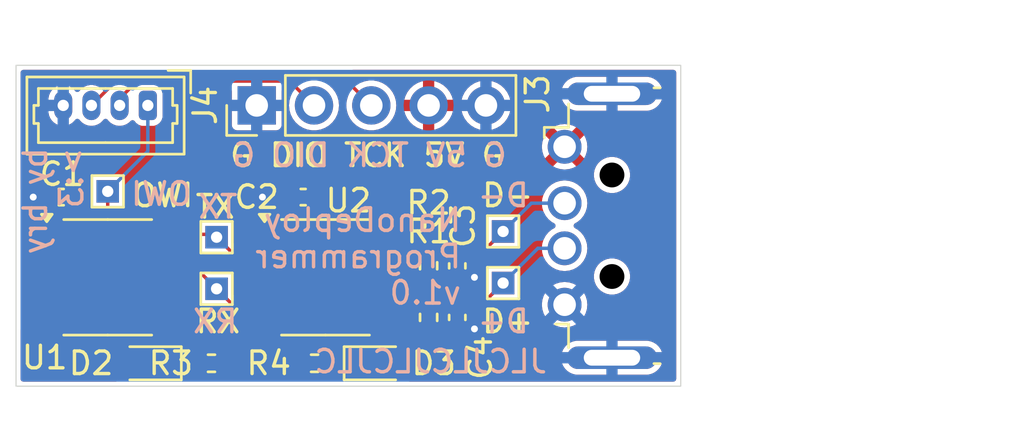
<source format=kicad_pcb>
(kicad_pcb (version 20240108) (generator "pcbnew") (generator_version "8.0")
  (layers (0 "F.Cu" signal) (31 "B.Cu" signal) (34 "B.Paste" user) (35 "F.Paste" user) (36 "B.SilkS" user "B.Silkscreen") (37 "F.SilkS" user "F.Silkscreen") (38 "B.Mask" user) (39 "F.Mask" user) (44 "Edge.Cuts" user))
  (net 0 "")
  (net 1 "GND")
  (net 2 "+5V")
  (net 3 "/OWI")
  (net 4 "/LED_TX")
  (net 5 "/LED_RX")
  (net 6 "/TX")
  (net 8 "/RX")
  (net 10 "/D-R")
  (net 11 "/D+R")
  (net 12 "/D+")
  (net 13 "/D-")
  (net 14 "/RST_TDIO")
  (net 15 "/TEST_WTCK")
  (footprint "TestPoint:TestPoint_THTPad_1.0x1.0mm_Drill0.5mm" (layer "F.Cu") (at 116.586 64.77)
    (property "Reference" "TP1" (hide yes))
    (property "Value" "TestPoint")
    (fp_line (start -0.7 -0.7) (end 0.7 -0.7) (stroke (width 0.12)) (layer "F.SilkS"))
    (fp_line (start -0.7 0.7) (end -0.7 -0.7) (stroke (width 0.12)) (layer "F.SilkS"))
    (fp_line (start 0.7 -0.7) (end 0.7 0.7) (stroke (width 0.12)) (layer "F.SilkS"))
    (fp_line (start 0.7 0.7) (end -0.7 0.7) (stroke (width 0.12)) (layer "F.SilkS"))
    (pad "1" thru_hole rect (at 0 0) (size 1 1) (drill 0.5) (layers "*.Cu" "*.Mask") (net 6 "/TX"))
  )
  (footprint "Resistor_SMD:R_0402_1005Metric" (layer "F.Cu") (at 125.984 66.036 -90)
    (property "Reference" "R2" (at -2.792 0 180) (layer "F.SilkS"))
    (property "Value" "33")
    (fp_line (start -0.153641 0.38) (end 0.153641 0.38) (stroke (width 0.12)) (layer "F.SilkS"))
    (fp_line (start -0.153641 -0.38) (end 0.153641 -0.38) (stroke (width 0.12)) (layer "F.SilkS"))
    (pad "1" smd roundrect (at -0.51 0 270) (size 0.54 0.64) (layers "F.Cu" "F.Paste" "F.Mask") (net 13 "/D-"))
    (pad "2" smd roundrect (at 0.51 0 270) (size 0.54 0.64) (layers "F.Cu" "F.Paste" "F.Mask") (net 10 "/D-R"))
  )
  (footprint "Capacitor_SMD:C_0402_1005Metric" (layer "F.Cu") (at 127.254 66.04 -90)
    (property "Reference" "C3" (at -1.778 -0.254 90) (layer "F.SilkS"))
    (property "Value" "47p")
    (fp_line (start -0.107836 0.36) (end 0.107836 0.36) (stroke (width 0.12)) (layer "F.SilkS"))
    (fp_line (start -0.107836 -0.36) (end 0.107836 -0.36) (stroke (width 0.12)) (layer "F.SilkS"))
    (pad "1" smd roundrect (at -0.48 0 270) (size 0.56 0.62) (layers "F.Cu" "F.Paste" "F.Mask") (net 13 "/D-"))
    (pad "2" smd roundrect (at 0.48 0 270) (size 0.56 0.62) (layers "F.Cu" "F.Paste" "F.Mask") (net 1 "GND"))
  )
  (footprint "TestPoint:TestPoint_THTPad_1.0x1.0mm_Drill0.5mm" (layer "F.Cu") (at 129.286 66.802)
    (property "Reference" "TP4" (hide yes))
    (property "Value" "TestPoint")
    (fp_line (start -0.7 -0.7) (end 0.7 -0.7) (stroke (width 0.12)) (layer "F.SilkS"))
    (fp_line (start -0.7 0.7) (end -0.7 -0.7) (stroke (width 0.12)) (layer "F.SilkS"))
    (fp_line (start 0.7 -0.7) (end 0.7 0.7) (stroke (width 0.12)) (layer "F.SilkS"))
    (fp_line (start 0.7 0.7) (end -0.7 0.7) (stroke (width 0.12)) (layer "F.SilkS"))
    (pad "1" thru_hole rect (at 0 0) (size 1 1) (drill 0.5) (layers "*.Cu" "*.Mask") (net 12 "/D+"))
  )
  (footprint "Connector_USB_Custom:USB_A_AdamTech_USB-AP-S-RA_Horizontal" (layer "F.Cu") (at 134.112 64.262)
    (property "Reference" "J1" (hide yes))
    (property "Value" "USB_A")
    (fp_line (start -3 -4.36) (end -3 -3.9) (stroke (width 0.12)) (layer "F.SilkS"))
    (fp_line (start -3 -4.36) (end -1.925 -4.36) (stroke (width 0.12)) (layer "F.SilkS"))
    (fp_line (start -2.5 4.36) (end -1.925 4.36) (stroke (width 0.12)) (layer "F.SilkS"))
    (fp_line (start -1.925 -5.4) (end -1.925 -4.36) (stroke (width 0.12)) (layer "F.SilkS"))
    (fp_line (start -1.925 4.36) (end -1.925 5.4) (stroke (width 0.12)) (layer "F.SilkS"))
    (fp_line (start 1.86 -6.11) (end 2.13 -6.11) (stroke (width 0.12)) (layer "F.SilkS"))
    (fp_line (start 1.86 6.11) (end 2.13 6.11) (stroke (width 0.12)) (layer "F.SilkS"))
    (pad "" np_thru_hole circle (at 0 -2.25) (size 1.1 1.1) (drill 1.1) (layers "*.Mask"))
    (pad "" np_thru_hole circle (at 0 2.25) (size 1.1 1.1) (drill 1.1) (layers "*.Mask"))
    (pad "1" thru_hole circle (at -2.1 -3.5) (size 1.5 1.5) (drill 1) (layers "*.Cu" "*.Mask") (net 2 "+5V"))
    (pad "2" thru_hole circle (at -2.1 -1) (size 1.5 1.5) (drill 1) (layers "*.Cu" "*.Mask") (net 13 "/D-"))
    (pad "3" thru_hole circle (at -2.1 1) (size 1.5 1.5) (drill 1) (layers "*.Cu" "*.Mask") (net 12 "/D+"))
    (pad "4" thru_hole circle (at -2.1 3.5) (size 1.5 1.5) (drill 1) (layers "*.Cu" "*.Mask") (net 1 "GND"))
    (pad "5" thru_hole oval (at 0 -5.85) (size 4 1) (drill oval 2.5 0.7) (layers "*.Cu" "*.Mask") (net 1 "GND"))
    (pad "5" thru_hole oval (at 0 5.85) (size 4 1) (drill oval 2.5 0.7) (layers "*.Cu" "*.Mask") (net 1 "GND"))
  )
  (footprint "Connector_Molex:Molex_PicoBlade_53047-0410_1x04_P1.25mm_Vertical" (layer "F.Cu") (at 113.538 58.928 180)
    (property "Reference" "J4" (at -2.54 0 90) (layer "F.SilkS"))
    (property "Value" "Conn_01x04")
    (fp_line (start 5.36 1.26) (end 5.36 -2.16) (stroke (width 0.12)) (layer "F.SilkS"))
    (fp_line (start 5.36 -2.16) (end -1.61 -2.16) (stroke (width 0.12)) (layer "F.SilkS"))
    (fp_line (start 5.05 0) (end 5.05 -0.8) (stroke (width 0.12)) (layer "F.SilkS"))
    (fp_line (start 5.05 -0.8) (end 4.85 -0.8) (stroke (width 0.12)) (layer "F.SilkS"))
    (fp_line (start 4.85 0.75) (end 4.85 0) (stroke (width 0.12)) (layer "F.SilkS"))
    (fp_line (start 4.85 0) (end 5.05 0) (stroke (width 0.12)) (layer "F.SilkS"))
    (fp_line (start 4.85 -0.8) (end 4.85 -1.65) (stroke (width 0.12)) (layer "F.SilkS"))
    (fp_line (start 4.85 -1.65) (end 1.875 -1.65) (stroke (width 0.12)) (layer "F.SilkS"))
    (fp_line (start 1.875 0.75) (end 4.85 0.75) (stroke (width 0.12)) (layer "F.SilkS"))
    (fp_line (start 1.875 0.75) (end -1.1 0.75) (stroke (width 0.12)) (layer "F.SilkS"))
    (fp_line (start -1.1 0.75) (end -1.1 0) (stroke (width 0.12)) (layer "F.SilkS"))
    (fp_line (start -1.1 0) (end -1.3 0) (stroke (width 0.12)) (layer "F.SilkS"))
    (fp_line (start -1.1 -0.8) (end -1.1 -1.65) (stroke (width 0.12)) (layer "F.SilkS"))
    (fp_line (start -1.1 -1.65) (end 1.875 -1.65) (stroke (width 0.12)) (layer "F.SilkS"))
    (fp_line (start -1.3 0) (end -1.3 -0.8) (stroke (width 0.12)) (layer "F.SilkS"))
    (fp_line (start -1.3 -0.8) (end -1.1 -0.8) (stroke (width 0.12)) (layer "F.SilkS"))
    (fp_line (start -1.61 1.26) (end 5.36 1.26) (stroke (width 0.12)) (layer "F.SilkS"))
    (fp_line (start -1.61 -2.16) (end -1.61 1.26) (stroke (width 0.12)) (layer "F.SilkS"))
    (fp_line (start -1.9 1.55) (end -0.9 1.55) (stroke (width 0.12)) (layer "F.SilkS"))
    (fp_line (start -1.9 1.55) (end -1.9 0.55) (stroke (width 0.12)) (layer "F.SilkS"))
    (pad "1" thru_hole roundrect (at 0 0 180) (size 0.8 1.3) (drill 0.5) (layers "*.Cu" "*.Mask") (net 3 "/OWI"))
    (pad "2" thru_hole oval (at 1.25 0 180) (size 0.8 1.3) (drill 0.5) (layers "*.Cu" "*.Mask") (net 14 "/RST_TDIO"))
    (pad "3" thru_hole oval (at 2.5 0 180) (size 0.8 1.3) (drill 0.5) (layers "*.Cu" "*.Mask") (net 15 "/TEST_WTCK"))
    (pad "4" thru_hole oval (at 3.75 0 180) (size 0.8 1.3) (drill 0.5) (layers "*.Cu" "*.Mask") (net 1 "GND"))
  )
  (footprint "TestPoint:TestPoint_THTPad_1.0x1.0mm_Drill0.5mm" (layer "F.Cu") (at 111.76 62.738)
    (property "Reference" "TP3" (hide yes))
    (property "Value" "TestPoint")
    (fp_line (start -0.7 -0.7) (end 0.7 -0.7) (stroke (width 0.12)) (layer "F.SilkS"))
    (fp_line (start -0.7 0.7) (end -0.7 -0.7) (stroke (width 0.12)) (layer "F.SilkS"))
    (fp_line (start 0.7 -0.7) (end 0.7 0.7) (stroke (width 0.12)) (layer "F.SilkS"))
    (fp_line (start 0.7 0.7) (end -0.7 0.7) (stroke (width 0.12)) (layer "F.SilkS"))
    (pad "1" thru_hole rect (at 0 0) (size 1 1) (drill 0.5) (layers "*.Cu" "*.Mask") (net 3 "/OWI"))
  )
  (footprint "Package_SO:SO-8_3.9x4.9mm_P1.27mm" (layer "F.Cu") (at 121.412 66.548)
    (property "Reference" "U2" (at 1.016 -3.4 0) (layer "F.SilkS"))
    (property "Value" "HT42B534")
    (fp_line (start 0 -2.56) (end -1.95 -2.56) (stroke (width 0.12)) (layer "F.SilkS"))
    (fp_line (start 0 -2.56) (end 1.95 -2.56) (stroke (width 0.12)) (layer "F.SilkS"))
    (fp_line (start 0 2.56) (end -1.95 2.56) (stroke (width 0.12)) (layer "F.SilkS"))
    (fp_line (start 0 2.56) (end 1.95 2.56) (stroke (width 0.12)) (layer "F.SilkS"))
    (fp_poly (pts (xy -2.7 -2.465) (xy -2.94 -2.795) (xy -2.46 -2.795) (xy -2.7 -2.465)) (stroke (width 0.12)) (fill solid) (layer "F.SilkS"))
    (pad "1" smd roundrect (at -2.575 -1.905) (size 1.75 0.6) (layers "F.Cu" "F.Paste" "F.Mask") (net 1 "GND"))
    (pad "2" smd roundrect (at -2.575 -0.635) (size 1.75 0.6) (layers "F.Cu" "F.Paste" "F.Mask") (net 6 "/TX"))
    (pad "3" smd roundrect (at -2.575 0.635) (size 1.75 0.6) (layers "F.Cu" "F.Paste" "F.Mask") (net 2 "+5V"))
    (pad "4" smd roundrect (at -2.575 1.905) (size 1.75 0.6) (layers "F.Cu" "F.Paste" "F.Mask") (net 8 "/RX"))
    (pad "5" smd roundrect (at 2.575 1.905) (size 1.75 0.6) (layers "F.Cu" "F.Paste" "F.Mask") (net 11 "/D+R"))
    (pad "6" smd roundrect (at 2.575 0.635) (size 1.75 0.6) (layers "F.Cu" "F.Paste" "F.Mask") (net 10 "/D-R"))
    (pad "7" smd roundrect (at 2.575 -0.635) (size 1.75 0.6) (layers "F.Cu" "F.Paste" "F.Mask") (net 2 "+5V"))
    (pad "8" smd roundrect (at 2.575 -1.905) (size 1.75 0.6) (layers "F.Cu" "F.Paste" "F.Mask"))
  )
  (footprint "Resistor_SMD:R_0402_1005Metric" (layer "F.Cu") (at 116.3595 70.358 180)
    (property "Reference" "R3" (at 1.8015 0 0) (layer "F.SilkS"))
    (property "Value" "330")
    (fp_line (start -0.153641 0.38) (end 0.153641 0.38) (stroke (width 0.12)) (layer "F.SilkS"))
    (fp_line (start -0.153641 -0.38) (end 0.153641 -0.38) (stroke (width 0.12)) (layer "F.SilkS"))
    (pad "1" smd roundrect (at -0.51 0 180) (size 0.54 0.64) (layers "F.Cu" "F.Paste" "F.Mask") (net 6 "/TX"))
    (pad "2" smd roundrect (at 0.51 0 180) (size 0.54 0.64) (layers "F.Cu" "F.Paste" "F.Mask") (net 4 "/LED_TX"))
  )
  (footprint "Resistor_SMD:R_0402_1005Metric" (layer "F.Cu") (at 120.9295 70.358)
    (property "Reference" "R4" (at -2.032 0 0) (layer "F.SilkS"))
    (property "Value" "330")
    (fp_line (start -0.153641 -0.38) (end 0.153641 -0.38) (stroke (width 0.12)) (layer "F.SilkS"))
    (fp_line (start -0.153641 0.38) (end 0.153641 0.38) (stroke (width 0.12)) (layer "F.SilkS"))
    (pad "1" smd roundrect (at -0.51 0) (size 0.54 0.64) (layers "F.Cu" "F.Paste" "F.Mask") (net 8 "/RX"))
    (pad "2" smd roundrect (at 0.51 0) (size 0.54 0.64) (layers "F.Cu" "F.Paste" "F.Mask") (net 5 "/LED_RX"))
  )
  (footprint "TestPoint:TestPoint_THTPad_1.0x1.0mm_Drill0.5mm" (layer "F.Cu") (at 116.586 67.056)
    (property "Reference" "TP2" (hide yes))
    (property "Value" "TestPoint")
    (fp_line (start -0.7 -0.7) (end 0.7 -0.7) (stroke (width 0.12)) (layer "F.SilkS"))
    (fp_line (start -0.7 0.7) (end -0.7 -0.7) (stroke (width 0.12)) (layer "F.SilkS"))
    (fp_line (start 0.7 -0.7) (end 0.7 0.7) (stroke (width 0.12)) (layer "F.SilkS"))
    (fp_line (start 0.7 0.7) (end -0.7 0.7) (stroke (width 0.12)) (layer "F.SilkS"))
    (pad "1" thru_hole rect (at 0 0) (size 1 1) (drill 0.5) (layers "*.Cu" "*.Mask") (net 8 "/RX"))
  )
  (footprint "Package_SO:SO-8_3.9x4.9mm_P1.27mm" (layer "F.Cu") (at 111.76 66.548)
    (property "Reference" "U1" (at -2.794 3.556 0) (layer "F.SilkS"))
    (property "Value" "DS2480B+")
    (fp_line (start 0 -2.56) (end -1.95 -2.56) (stroke (width 0.12)) (layer "F.SilkS"))
    (fp_line (start 0 -2.56) (end 1.95 -2.56) (stroke (width 0.12)) (layer "F.SilkS"))
    (fp_line (start 0 2.56) (end -1.95 2.56) (stroke (width 0.12)) (layer "F.SilkS"))
    (fp_line (start 0 2.56) (end 1.95 2.56) (stroke (width 0.12)) (layer "F.SilkS"))
    (fp_poly (pts (xy -2.7 -2.465) (xy -2.94 -2.795) (xy -2.46 -2.795) (xy -2.7 -2.465)) (stroke (width 0.12)) (fill solid) (layer "F.SilkS"))
    (pad "1" smd roundrect (at -2.575 -1.905) (size 1.75 0.6) (layers "F.Cu" "F.Paste" "F.Mask") (net 1 "GND"))
    (pad "2" smd roundrect (at -2.575 -0.635) (size 1.75 0.6) (layers "F.Cu" "F.Paste" "F.Mask") (net 3 "/OWI"))
    (pad "3" smd roundrect (at -2.575 0.635) (size 1.75 0.6) (layers "F.Cu" "F.Paste" "F.Mask"))
    (pad "4" smd roundrect (at -2.575 1.905) (size 1.75 0.6) (layers "F.Cu" "F.Paste" "F.Mask") (net 2 "+5V"))
    (pad "5" smd roundrect (at 2.575 1.905) (size 1.75 0.6) (layers "F.Cu" "F.Paste" "F.Mask") (net 2 "+5V"))
    (pad "6" smd roundrect (at 2.575 0.635) (size 1.75 0.6) (layers "F.Cu" "F.Paste" "F.Mask") (net 2 "+5V"))
    (pad "7" smd roundrect (at 2.575 -0.635) (size 1.75 0.6) (layers "F.Cu" "F.Paste" "F.Mask") (net 8 "/RX"))
    (pad "8" smd roundrect (at 2.575 -1.905) (size 1.75 0.6) (layers "F.Cu" "F.Paste" "F.Mask") (net 6 "/TX"))
  )
  (footprint "TestPoint:TestPoint_THTPad_1.0x1.0mm_Drill0.5mm" (layer "F.Cu") (at 129.286 64.516)
    (property "Reference" "TP5" (hide yes))
    (property "Value" "TestPoint")
    (fp_line (start -0.7 -0.7) (end 0.7 -0.7) (stroke (width 0.12)) (layer "F.SilkS"))
    (fp_line (start -0.7 0.7) (end -0.7 -0.7) (stroke (width 0.12)) (layer "F.SilkS"))
    (fp_line (start 0.7 -0.7) (end 0.7 0.7) (stroke (width 0.12)) (layer "F.SilkS"))
    (fp_line (start 0.7 0.7) (end -0.7 0.7) (stroke (width 0.12)) (layer "F.SilkS"))
    (pad "1" thru_hole rect (at 0 0) (size 1 1) (drill 0.5) (layers "*.Cu" "*.Mask") (net 13 "/D-"))
  )
  (footprint "Connector_PinHeader_2.54mm:PinHeader_1x05_P2.54mm_Vertical" (layer "F.Cu") (at 118.364 58.928 90)
    (property "Reference" "J3" (at 0.508 12.446 90) (layer "F.SilkS"))
    (property "Value" "Conn_01x05")
    (fp_line (start -1.33 -1.33) (end 0 -1.33) (stroke (width 0.12)) (layer "F.SilkS"))
    (fp_line (start -1.33 0) (end -1.33 -1.33) (stroke (width 0.12)) (layer "F.SilkS"))
    (fp_line (start 1.33 1.27) (end 1.33 11.49) (stroke (width 0.12)) (layer "F.SilkS"))
    (fp_line (start -1.33 1.27) (end 1.33 1.27) (stroke (width 0.12)) (layer "F.SilkS"))
    (fp_line (start -1.33 1.27) (end -1.33 11.49) (stroke (width 0.12)) (layer "F.SilkS"))
    (fp_line (start -1.33 11.49) (end 1.33 11.49) (stroke (width 0.12)) (layer "F.SilkS"))
    (pad "1" thru_hole rect (at 0 0 90) (size 1.7 1.7) (drill 1) (layers "*.Cu" "*.Mask") (net 1 "GND"))
    (pad "2" thru_hole oval (at 0 2.54 90) (size 1.7 1.7) (drill 1) (layers "*.Cu" "*.Mask") (net 14 "/RST_TDIO"))
    (pad "3" thru_hole oval (at 0 5.08 90) (size 1.7 1.7) (drill 1) (layers "*.Cu" "*.Mask") (net 15 "/TEST_WTCK"))
    (pad "4" thru_hole oval (at 0 7.62 90) (size 1.7 1.7) (drill 1) (layers "*.Cu" "*.Mask") (net 2 "+5V"))
    (pad "5" thru_hole oval (at 0 10.16 90) (size 1.7 1.7) (drill 1) (layers "*.Cu" "*.Mask") (net 1 "GND"))
  )
  (footprint "LED_SMD:LED_0603_1608Metric" (layer "F.Cu") (at 113.538 70.358 180)
    (property "Reference" "D2" (at 2.5145 0 0) (layer "F.SilkS"))
    (property "Value" "RED")
    (fp_line (start 0.8 -0.735) (end -1.485 -0.735) (stroke (width 0.12)) (layer "F.SilkS"))
    (fp_line (start -1.485 0.735) (end 0.8 0.735) (stroke (width 0.12)) (layer "F.SilkS"))
    (fp_line (start -1.485 -0.735) (end -1.485 0.735) (stroke (width 0.12)) (layer "F.SilkS"))
    (pad "1" smd roundrect (at -0.7875 0 180) (size 0.875 0.95) (layers "F.Cu" "F.Paste" "F.Mask") (net 4 "/LED_TX"))
    (pad "2" smd roundrect (at 0.7875 0 180) (size 0.875 0.95) (layers "F.Cu" "F.Paste" "F.Mask") (net 2 "+5V"))
  )
  (footprint "LED_SMD:LED_0603_1608Metric" (layer "F.Cu") (at 123.7235 70.358)
    (property "Reference" "D3" (at 2.489 0 0) (layer "F.SilkS"))
    (property "Value" "RED")
    (fp_line (start -1.485 -0.735) (end -1.485 0.735) (stroke (width 0.12)) (layer "F.SilkS"))
    (fp_line (start -1.485 0.735) (end 0.8 0.735) (stroke (width 0.12)) (layer "F.SilkS"))
    (fp_line (start 0.8 -0.735) (end -1.485 -0.735) (stroke (width 0.12)) (layer "F.SilkS"))
    (pad "1" smd roundrect (at -0.7875 0) (size 0.875 0.95) (layers "F.Cu" "F.Paste" "F.Mask") (net 5 "/LED_RX"))
    (pad "2" smd roundrect (at 0.7875 0) (size 0.875 0.95) (layers "F.Cu" "F.Paste" "F.Mask") (net 2 "+5V"))
  )
  (footprint "Capacitor_SMD:C_0402_1005Metric" (layer "F.Cu") (at 120.424 62.992 180)
    (property "Reference" "C2" (at 2.06 0 0) (layer "F.SilkS"))
    (property "Value" "0.1uF")
    (fp_line (start -0.107836 0.36) (end 0.107836 0.36) (stroke (width 0.12)) (layer "F.SilkS"))
    (fp_line (start -0.107836 -0.36) (end 0.107836 -0.36) (stroke (width 0.12)) (layer "F.SilkS"))
    (pad "1" smd roundrect (at -0.48 0 180) (size 0.56 0.62) (layers "F.Cu" "F.Paste" "F.Mask") (net 2 "+5V"))
    (pad "2" smd roundrect (at 0.48 0 180) (size 0.56 0.62) (layers "F.Cu" "F.Paste" "F.Mask") (net 1 "GND"))
  )
  (footprint "Capacitor_SMD:C_0402_1005Metric" (layer "F.Cu") (at 109.7 62.992 180)
    (property "Reference" "C1" (at -0.028 1.016 0) (layer "F.SilkS"))
    (property "Value" "0.1uF")
    (fp_line (start -0.107836 0.36) (end 0.107836 0.36) (stroke (width 0.12)) (layer "F.SilkS"))
    (fp_line (start -0.107836 -0.36) (end 0.107836 -0.36) (stroke (width 0.12)) (layer "F.SilkS"))
    (pad "1" smd roundrect (at -0.48 0 180) (size 0.56 0.62) (layers "F.Cu" "F.Paste" "F.Mask") (net 2 "+5V"))
    (pad "2" smd roundrect (at 0.48 0 180) (size 0.56 0.62) (layers "F.Cu" "F.Paste" "F.Mask") (net 1 "GND"))
  )
  (footprint "Resistor_SMD:R_0402_1005Metric" (layer "F.Cu") (at 125.984 68.324 -90)
    (property "Reference" "R1" (at -3.81 0 180) (layer "F.SilkS"))
    (property "Value" "33")
    (fp_line (start -0.153641 0.38) (end 0.153641 0.38) (stroke (width 0.12)) (layer "F.SilkS"))
    (fp_line (start -0.153641 -0.38) (end 0.153641 -0.38) (stroke (width 0.12)) (layer "F.SilkS"))
    (pad "1" smd roundrect (at -0.51 0 270) (size 0.54 0.64) (layers "F.Cu" "F.Paste" "F.Mask") (net 12 "/D+"))
    (pad "2" smd roundrect (at 0.51 0 270) (size 0.54 0.64) (layers "F.Cu" "F.Paste" "F.Mask") (net 11 "/D+R"))
  )
  (footprint "Capacitor_SMD:C_0402_1005Metric" (layer "F.Cu") (at 127.254 68.326 -90)
    (property "Reference" "C4" (at 1.778 -1.016 -90) (layer "F.SilkS"))
    (property "Value" "47p")
    (fp_line (start -0.107836 0.36) (end 0.107836 0.36) (stroke (width 0.12)) (layer "F.SilkS"))
    (fp_line (start -0.107836 -0.36) (end 0.107836 -0.36) (stroke (width 0.12)) (layer "F.SilkS"))
    (pad "1" smd roundrect (at -0.48 0 270) (size 0.56 0.62) (layers "F.Cu" "F.Paste" "F.Mask") (net 12 "/D+"))
    (pad "2" smd roundrect (at 0.48 0 270) (size 0.56 0.62) (layers "F.Cu" "F.Paste" "F.Mask") (net 1 "GND"))
  )
  (gr_rect (start 107.696 57.15) (end 137.16 71.374) (stroke (width 0.05)) (fill none) (layer "Edge.Cuts"))
  (gr_text "by bry\n>:3" (at 110.744 60.706 90) (layer "B.SilkS") (effects (font (size 1 1) (thickness 0.1524)) (justify left bottom mirror)))
  (gr_text "G 5V TCK DIO G" (at 129.54 61.722 0) (layer "B.SilkS") (effects (font (size 1 1) (thickness 0.1524)) (justify left bottom mirror)))
  (gr_text "JLCJLCJLCJLC" (at 131.318 70.866 0) (layer "B.SilkS") (effects (font (size 1 1) (thickness 0.1524)) (justify left bottom mirror)))
  (gr_text "D-" (at 130.511294 63.5 -0) (layer "B.SilkS") (effects (font (size 1 1) (thickness 0.1524)) (justify left bottom mirror)))
  (gr_text "TX" (at 117.602 64.008 -0) (layer "B.SilkS") (effects (font (size 1 1) (thickness 0.1524)) (justify left bottom mirror)))
  (gr_text "OWI\n" (at 115.57 63.438 -0) (layer "B.SilkS") (effects (font (size 1 1) (thickness 0.1524)) (justify left bottom mirror)))
  (gr_text "NanoDeploy\nProgrammer\nv1.0" (at 127.508 67.818 0) (layer "B.SilkS") (effects (font (size 1 1) (thickness 0.1524)) (justify left bottom mirror)))
  (gr_text "RX" (at 117.602 69.088 -0) (layer "B.SilkS") (effects (font (size 1 1) (thickness 0.1524)) (justify left bottom mirror)))
  (gr_text "D+" (at 130.511294 69.088 -0) (layer "B.SilkS") (effects (font (size 1 1) (thickness 0.1524)) (justify left bottom mirror)))
  (gr_text "OWI\n" (at 112.776 63.5 0) (layer "F.SilkS") (effects (font (size 1 1) (thickness 0.1524)) (justify left bottom)))
  (gr_text "TX" (at 115.57 64.008 0) (layer "F.SilkS") (effects (font (size 1 1) (thickness 0.1524)) (justify left bottom)))
  (gr_text "D+" (at 128.27 69.088 0) (layer "F.SilkS") (effects (font (size 1 1) (thickness 0.1524)) (justify left bottom)))
  (gr_text "G DIO TCK 5V G" (at 117.094 61.722 0) (layer "F.SilkS") (effects (font (size 1 1) (thickness 0.1524)) (justify left bottom)))
  (gr_text "D-" (at 128.27 63.5 0) (layer "F.SilkS") (effects (font (size 1 1) (thickness 0.1524)) (justify left bottom)))
  (gr_text "RX" (at 115.57 69.088 0) (layer "F.SilkS") (effects (font (size 1 1) (thickness 0.1524)) (justify left bottom)))
  (segment (start 127.254 66.52) (end 127.988 66.52) (width 0.1524) (layer "F.Cu") (net 1))
  (segment (start 119.944 63.536) (end 119.944 62.992) (width 0.1524) (layer "F.Cu") (net 1))
  (segment (start 127.988 66.52) (end 128.016 66.548) (width 0.1524) (layer "F.Cu") (net 1))
  (segment (start 127.254 68.806) (end 127.988 68.806) (width 0.1524) (layer "F.Cu") (net 1))
  (segment (start 109.185 64.643) (end 109.185 63.027) (width 0.1524) (layer "F.Cu") (net 1))
  (segment (start 109.185 63.027) (end 109.22 62.992) (width 0.1524) (layer "F.Cu") (net 1))
  (segment (start 127.988 68.806) (end 128.016 68.834) (width 0.1524) (layer "F.Cu") (net 1))
  (segment (start 109.22 62.992) (end 108.458 62.992) (width 0.1524) (layer "F.Cu") (net 1))
  (segment (start 119.944 62.992) (end 118.618 62.992) (width 0.1524) (layer "F.Cu") (net 1))
  (segment (start 118.837 64.643) (end 119.944 63.536) (width 0.1524) (layer "F.Cu") (net 1))
  (via (at 128.016 68.834) (size 0.4064) (drill 0.3048) (layers "F.Cu" "B.Cu") (net 1))
  (via (at 118.618 62.992) (size 0.4064) (drill 0.3048) (layers "F.Cu" "B.Cu") (net 1))
  (via (at 128.016 66.548) (size 0.4064) (drill 0.3048) (layers "F.Cu" "B.Cu") (net 1))
  (via (at 108.458 62.992) (size 0.4064) (drill 0.3048) (layers "F.Cu" "B.Cu") (net 1))
  (segment (start 111.76 64.212999) (end 111.76 62.738) (width 0.1524) (layer "F.Cu") (net 3))
  (segment (start 109.185 65.913) (end 110.059999 65.913) (width 0.1524) (layer "F.Cu") (net 3))
  (segment (start 110.059999 65.913) (end 111.76 64.212999) (width 0.1524) (layer "F.Cu") (net 3))
  (segment (start 113.538 60.96) (end 113.538 58.928) (width 0.1524) (layer "B.Cu") (net 3))
  (segment (start 111.76 62.738) (end 113.538 60.96) (width 0.1524) (layer "B.Cu") (net 3))
  (segment (start 115.8495 70.358) (end 114.3255 70.358) (width 0.1524) (layer "F.Cu") (net 4))
  (segment (start 121.4395 70.358) (end 122.936 70.358) (width 0.1524) (layer "F.Cu") (net 5))
  (segment (start 116.8695 70.358) (end 115.57 69.0585) (width 0.1524) (layer "F.Cu") (net 6))
  (segment (start 115.57 69.0585) (end 115.57 66.802) (width 0.1524) (layer "F.Cu") (net 6))
  (segment (start 114.173 64.643) (end 114.335 64.643) (width 0.1524) (layer "F.Cu") (net 6))
  (segment (start 116.459 64.643) (end 116.586 64.77) (width 0.1524) (layer "F.Cu") (net 6))
  (segment (start 113.555422 66.548) (end 113.2314 66.223978) (width 0.1524) (layer "F.Cu") (net 6))
  (segment (start 113.2314 65.5846) (end 114.173 64.643) (width 0.1524) (layer "F.Cu") (net 6))
  (segment (start 115.316 66.548) (end 113.555422 66.548) (width 0.1524) (layer "F.Cu") (net 6))
  (segment (start 116.586 64.77) (end 117.729 65.913) (width 0.1524) (layer "F.Cu") (net 6))
  (segment (start 113.2314 66.223978) (end 113.2314 65.5846) (width 0.1524) (layer "F.Cu") (net 6))
  (segment (start 115.57 66.802) (end 115.316 66.548) (width 0.1524) (layer "F.Cu") (net 6))
  (segment (start 117.729 65.913) (end 118.837 65.913) (width 0.1524) (layer "F.Cu") (net 6))
  (segment (start 114.335 64.643) (end 116.459 64.643) (width 0.1524) (layer "F.Cu") (net 6))
  (segment (start 117.983 68.453) (end 116.586 67.056) (width 0.1524) (layer "F.Cu") (net 8))
  (segment (start 118.837 68.453) (end 120.4195 70.0355) (width 0.1524) (layer "F.Cu") (net 8))
  (segment (start 120.4195 70.0355) (end 120.4195 70.358) (width 0.1524) (layer "F.Cu") (net 8))
  (segment (start 114.335 65.913) (end 115.443 65.913) (width 0.1524) (layer "F.Cu") (net 8))
  (segment (start 115.443 65.913) (end 116.586 67.056) (width 0.1524) (layer "F.Cu") (net 8))
  (segment (start 118.837 68.453) (end 117.983 68.453) (width 0.1524) (layer "F.Cu") (net 8))
  (segment (start 123.987 67.183) (end 125.347 67.183) (width 0.1524) (layer "F.Cu") (net 10))
  (segment (start 125.347 67.183) (end 125.984 66.546) (width 0.1524) (layer "F.Cu") (net 10))
  (segment (start 125.603 68.453) (end 125.984 68.834) (width 0.1524) (layer "F.Cu") (net 11))
  (segment (start 123.987 68.453) (end 125.603 68.453) (width 0.1524) (layer "F.Cu") (net 11))
  (segment (start 127.254 67.846) (end 128.242 67.846) (width 0.1524) (layer "F.Cu") (net 12))
  (segment (start 125.984 67.814) (end 127.222 67.814) (width 0.1524) (layer "F.Cu") (net 12))
  (segment (start 128.242 67.846) (end 129.286 66.802) (width 0.1524) (layer "F.Cu") (net 12))
  (segment (start 127.222 67.814) (end 127.254 67.846) (width 0.1524) (layer "F.Cu") (net 12))
  (segment (start 130.826 65.262) (end 129.286 66.802) (width 0.1524) (layer "B.Cu") (net 12))
  (segment (start 132.012 65.262) (end 130.826 65.262) (width 0.1524) (layer "B.Cu") (net 12))
  (segment (start 128.242 65.56) (end 129.286 64.516) (width 0.1524) (layer "F.Cu") (net 13))
  (segment (start 127.254 65.56) (end 128.242 65.56) (width 0.1524) (layer "F.Cu") (net 13))
  (segment (start 125.984 65.526) (end 127.22 65.526) (width 0.1524) (layer "F.Cu") (net 13))
  (segment (start 127.22 65.526) (end 127.254 65.56) (width 0.1524) (layer "F.Cu") (net 13))
  (segment (start 130.54 63.262) (end 129.286 64.516) (width 0.1524) (layer "B.Cu") (net 13))
  (segment (start 132.012 63.262) (end 130.54 63.262) (width 0.1524) (layer "B.Cu") (net 13))
  (segment (start 113.0642 57.8494) (end 112.288 58.6256) (width 0.1524) (layer "F.Cu") (net 14))
  (segment (start 120.904 58.928) (end 119.8254 57.8494) (width 0.1524) (layer "F.Cu") (net 14))
  (segment (start 119.8254 57.8494) (end 113.0642 57.8494) (width 0.1524) (layer "F.Cu") (net 14))
  (segment (start 112.288 58.6256) (end 112.288 58.928) (width 0.1524) (layer "F.Cu") (net 14))
  (segment (start 123.444 58.928) (end 122.0606 57.5446) (width 0.1524) (layer "F.Cu") (net 15))
  (segment (start 122.0606 57.5446) (end 112.4214 57.5446) (width 0.1524) (layer "F.Cu") (net 15))
  (segment (start 112.4214 57.5446) (end 111.038 58.928) (width 0.1524) (layer "F.Cu") (net 15))
  (zone (net 2) (net_name "+5V") (layer "F.Cu") (connect_pads (clearance 0.254)) (min_thickness 0.25) (fill yes (thermal_gap 0.254) (thermal_bridge_width 0.5))
    (polygon (pts (xy 137.16 57.15) (xy 137.16 71.374) (xy 107.696 71.374) (xy 107.696 57.15)))
  )
  (zone (net 1) (net_name "GND") (layer "B.Cu") (priority 1) (connect_pads (clearance 0.254)) (min_thickness 0.25) (fill yes (thermal_gap 0.254) (thermal_bridge_width 0.5))
    (polygon (pts (xy 137.16 57.15) (xy 137.16 71.374) (xy 107.696 71.374) (xy 107.696 57.15)))
  )
)
</source>
